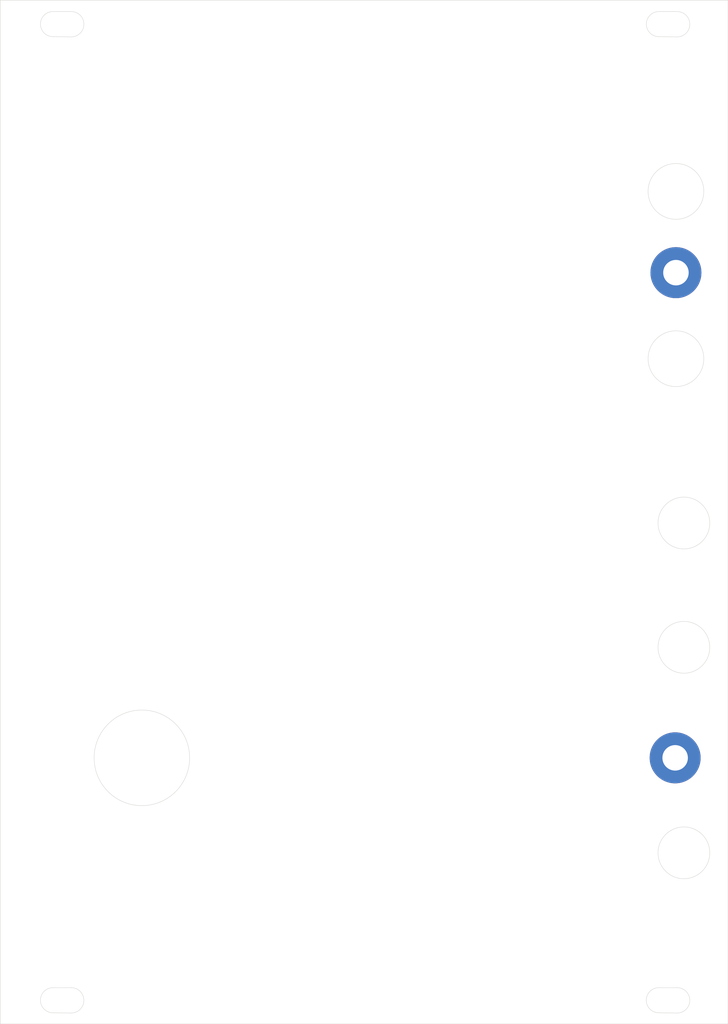
<source format=kicad_pcb>
(kicad_pcb (version 20221018) (generator pcbnew)
  (layers (0 "F.Cu" signal) (31 "B.Cu" signal) (34 "B.Paste" user) (35 "F.Paste" user) (36 "B.SilkS" user "B.Silkscreen") (37 "F.SilkS" user "F.Silkscreen") (38 "B.Mask" user) (39 "F.Mask" user) (44 "Edge.Cuts" user))
  (net 0 "")
  (footprint "" (layer "F.Cu") (at 169.3 58.6)
    (fp_text reference "" (at 0 0) (layer "F.SilkS") (effects (font (size 1.27 1.27))))
    (fp_text value "" (at 0 0) (layer "F.SilkS") (effects (font (size 1.27 1.27))))
    (pad "1" thru_hole circle (at 0 0 270) (size 6.4 6.4) (drill 3.2) (layers "*.Cu" "*.Mask"))
  )
  (footprint "" (layer "F.Cu") (at 169.2 119.5)
    (fp_text reference "" (at 0 0) (layer "F.SilkS") (effects (font (size 1.27 1.27))))
    (fp_text value "" (at 0 0) (layer "F.SilkS") (effects (font (size 1.27 1.27))))
    (pad "1" thru_hole circle (at 0 0 270) (size 6.4 6.4) (drill 3.2) (layers "*.Cu" "*.Mask"))
  )
  (gr_arc (start 169.425 148.350268) (mid 171.041301 149.941323) (end 169.424853 151.532326) (stroke (width 0.05)) (layer "Edge.Cuts"))
  (gr_circle (center 169.3 48.4) (end 172.8 48.4) (stroke (width 0.05)) (fill none) (layer "Edge.Cuts"))
  (gr_line (start 91.048842 151.5) (end 93.299274 151.532276) (stroke (width 0.05)) (layer "Edge.Cuts"))
  (gr_arc (start 169.425 25.825458) (mid 171.041301 27.416513) (end 169.424853 29.007516) (stroke (width 0.05)) (layer "Edge.Cuts"))
  (gr_line (start 167.175 148.350268) (end 169.425 148.350268) (stroke (width 0.05)) (layer "Edge.Cuts"))
  (gr_line (start 167.174421 28.97524) (end 169.424853 29.007516) (stroke (width 0.05)) (layer "Edge.Cuts"))
  (gr_circle (center 170.3 105.625) (end 173.55 105.625) (stroke (width 0.05)) (fill none) (layer "Edge.Cuts"))
  (gr_line (start 167.175 25.825458) (end 169.425 25.825458) (stroke (width 0.05)) (layer "Edge.Cuts"))
  (gr_arc (start 91.048842 151.5) (mid 89.455637 149.92481) (end 91.049421 148.350219) (stroke (width 0.05)) (layer "Edge.Cuts"))
  (gr_arc (start 167.174421 28.97524) (mid 165.581216 27.40005) (end 167.175 25.825459) (stroke (width 0.05)) (layer "Edge.Cuts"))
  (gr_circle (center 170.3 90.025) (end 173.55 90.025) (stroke (width 0.05)) (fill none) (layer "Edge.Cuts"))
  (gr_arc (start 167.174421 151.50005) (mid 165.581216 149.92486) (end 167.175 148.350269) (stroke (width 0.05)) (layer "Edge.Cuts"))
  (gr_arc (start 93.299421 25.825408) (mid 94.915722 27.416514) (end 93.299274 29.007466) (stroke (width 0.05)) (layer "Edge.Cuts"))
  (gr_line (start 91.049421 148.350218) (end 93.299421 148.350218) (stroke (width 0.05)) (layer "Edge.Cuts"))
  (gr_circle (center 170.3 131.425) (end 173.55 131.425) (stroke (width 0.05)) (fill none) (layer "Edge.Cuts"))
  (gr_line (start 91.048842 28.97519) (end 93.299274 29.007466) (stroke (width 0.05)) (layer "Edge.Cuts"))
  (gr_rect (start 84.4 24.4) (end 175.84 152.9) (stroke (width 0.05)) (fill none) (layer "Edge.Cuts"))
  (gr_arc (start 91.048842 28.97519) (mid 89.455637 27.4) (end 91.049421 25.825409) (stroke (width 0.05)) (layer "Edge.Cuts"))
  (gr_line (start 167.174421 151.50005) (end 169.424853 151.532326) (stroke (width 0.05)) (layer "Edge.Cuts"))
  (gr_circle (center 169.3 69.4) (end 172.8 69.4) (stroke (width 0.05)) (fill none) (layer "Edge.Cuts"))
  (gr_line (start 91.049421 25.825408) (end 93.299421 25.825408) (stroke (width 0.05)) (layer "Edge.Cuts"))
  (gr_circle (center 102.2 119.5) (end 108.2 119.5) (stroke (width 0.05)) (fill none) (layer "Edge.Cuts"))
  (gr_arc (start 93.299421 148.350218) (mid 94.915722 149.941324) (end 93.299274 151.532276) (stroke (width 0.05)) (layer "Edge.Cuts"))
)
</source>
